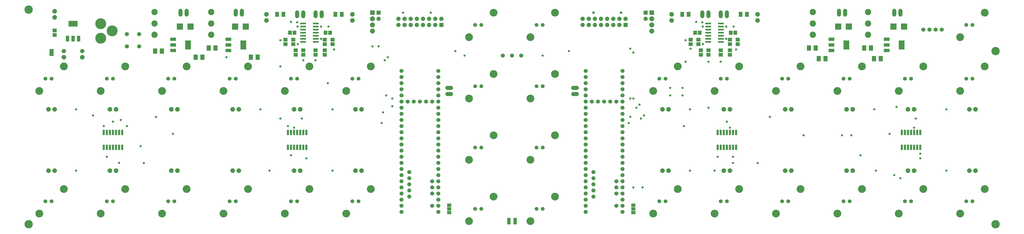
<source format=gbr>
G04 EAGLE Gerber X2 export*
%TF.Part,Single*%
%TF.FileFunction,Soldermask,Bot,1*%
%TF.FilePolarity,Negative*%
%TF.GenerationSoftware,Autodesk,EAGLE,9.0.1*%
%TF.CreationDate,2018-06-01T15:48:08Z*%
G75*
%MOMM*%
%FSLAX34Y34*%
%LPD*%
%AMOC8*
5,1,8,0,0,1.08239X$1,22.5*%
G01*
%ADD10C,3.467100*%
%ADD11C,1.676400*%
%ADD12C,1.601200*%
%ADD13C,3.218200*%
%ADD14R,0.863600X2.235200*%
%ADD15P,2.034460X8X22.500000*%
%ADD16P,2.034460X8X202.500000*%
%ADD17P,1.951982X8X292.500000*%
%ADD18C,1.803400*%
%ADD19C,4.521200*%
%ADD20P,2.034460X8X112.500000*%
%ADD21R,1.703200X1.503200*%
%ADD22R,1.422400X2.438400*%
%ADD23R,3.803200X2.403200*%
%ADD24C,1.727200*%
%ADD25R,2.438400X1.422400*%
%ADD26R,2.403200X3.803200*%
%ADD27R,1.803200X2.203200*%
%ADD28R,2.603200X2.603200*%
%ADD29R,2.403200X0.803200*%
%ADD30R,1.803200X1.503200*%
%ADD31R,1.503200X1.803200*%
%ADD32R,1.727200X1.727200*%
%ADD33P,1.869504X8X112.500000*%
%ADD34C,2.603200*%
%ADD35R,1.803400X1.371600*%
%ADD36R,1.828800X0.152400*%
%ADD37R,1.603200X2.003200*%
%ADD38R,1.473200X2.743200*%
%ADD39P,2.144431X8X202.500000*%
%ADD40R,1.981200X1.981200*%
%ADD41C,1.703200*%
%ADD42C,0.959600*%
%ADD43R,1.703200X1.703200*%
%ADD44P,1.038661X8X22.500000*%
%ADD45P,1.843527X8X22.500000*%


D10*
X31750Y31750D03*
X31750Y920750D03*
X4032250Y31750D03*
X4032250Y749300D03*
D11*
X1574800Y133350D03*
X1574800Y158750D03*
X1574800Y184150D03*
X1574800Y209550D03*
X1574800Y234950D03*
X1574800Y260350D03*
X1574800Y285750D03*
X1574800Y311150D03*
X1574800Y336550D03*
X1574800Y361950D03*
X1574800Y387350D03*
X1574800Y412750D03*
X1727200Y412750D03*
X1727200Y387350D03*
X1727200Y361950D03*
X1727200Y336550D03*
X1727200Y311150D03*
X1727200Y285750D03*
X1727200Y260350D03*
X1727200Y234950D03*
X1727200Y209550D03*
X1727200Y184150D03*
X1727200Y158750D03*
X1574800Y107950D03*
X1727200Y133350D03*
X1727200Y107950D03*
X1574800Y82550D03*
X1727200Y82550D03*
X1574800Y438150D03*
X1727200Y438150D03*
X1574800Y463550D03*
X1574800Y488950D03*
X1574800Y514350D03*
X1574800Y539750D03*
X1574800Y565150D03*
X1574800Y590550D03*
X1574800Y615950D03*
X1574800Y641350D03*
X1574800Y666750D03*
X1727200Y666750D03*
X1727200Y641350D03*
X1727200Y615950D03*
X1727200Y590550D03*
X1727200Y565150D03*
X1727200Y539750D03*
X1727200Y514350D03*
X1727200Y488950D03*
X1727200Y463550D03*
X1600200Y539750D03*
X1651000Y539750D03*
X1676400Y539750D03*
X1625600Y539750D03*
X1701800Y539750D03*
X1701800Y107950D03*
X1701800Y158750D03*
X1701800Y184150D03*
X1701800Y209550D03*
X1606550Y146050D03*
X1606550Y171450D03*
X1606550Y196850D03*
X1606550Y222250D03*
X1606550Y247650D03*
D12*
X127000Y635000D03*
X101600Y635000D03*
D13*
X76200Y584200D03*
X177800Y685800D03*
D12*
X381000Y635000D03*
X355600Y635000D03*
D13*
X330200Y584200D03*
X431800Y685800D03*
D12*
X635000Y635000D03*
X609600Y635000D03*
D13*
X584200Y584200D03*
X685800Y685800D03*
D12*
X889000Y635000D03*
X863600Y635000D03*
D13*
X838200Y584200D03*
X939800Y685800D03*
D12*
X1143000Y635000D03*
X1117600Y635000D03*
D13*
X1092200Y584200D03*
X1193800Y685800D03*
D12*
X1397000Y635000D03*
X1371600Y635000D03*
D13*
X1346200Y584200D03*
X1447800Y685800D03*
D12*
X1905000Y857250D03*
X1879600Y857250D03*
D13*
X1854200Y806450D03*
X1955800Y908050D03*
D12*
X1905000Y603250D03*
X1879600Y603250D03*
D13*
X1854200Y552450D03*
X1955800Y654050D03*
D12*
X1905000Y349250D03*
X1879600Y349250D03*
D13*
X1854200Y298450D03*
X1955800Y400050D03*
D12*
X1905000Y95250D03*
X1879600Y95250D03*
D13*
X1854200Y44450D03*
X1955800Y146050D03*
D14*
X342900Y411734D03*
X342900Y350266D03*
X355600Y411734D03*
X368300Y411734D03*
X355600Y350266D03*
X368300Y350266D03*
X381000Y411734D03*
X381000Y350266D03*
X393700Y411734D03*
X406400Y411734D03*
X393700Y350266D03*
X406400Y350266D03*
X419100Y411734D03*
X419100Y350266D03*
D15*
X114300Y508000D03*
X139700Y508000D03*
X368300Y508000D03*
X393700Y508000D03*
D16*
X647700Y508000D03*
X622300Y508000D03*
D15*
X876300Y508000D03*
X901700Y508000D03*
X1130300Y508000D03*
X1155700Y508000D03*
D16*
X1409700Y508000D03*
X1384300Y508000D03*
D17*
X254000Y723900D03*
D18*
X254000Y749300D03*
D17*
X177800Y723900D03*
D18*
X177800Y749300D03*
D19*
X330200Y802800D03*
X330200Y862800D03*
X377200Y832800D03*
D20*
X139700Y889000D03*
X139700Y914400D03*
D21*
X139700Y835000D03*
X139700Y816000D03*
D22*
X239014Y800862D03*
X215900Y800862D03*
X192786Y800862D03*
D23*
X215900Y862840D03*
D12*
X127000Y127000D03*
X101600Y127000D03*
D13*
X76200Y76200D03*
X177800Y177800D03*
D12*
X381000Y127000D03*
X355600Y127000D03*
D13*
X330200Y76200D03*
X431800Y177800D03*
D12*
X635000Y127000D03*
X609600Y127000D03*
D13*
X584200Y76200D03*
X685800Y177800D03*
D12*
X889000Y127000D03*
X863600Y127000D03*
D13*
X838200Y76200D03*
X939800Y177800D03*
D12*
X1143000Y127000D03*
X1117600Y127000D03*
D13*
X1092200Y76200D03*
X1193800Y177800D03*
D12*
X1397000Y127000D03*
X1371600Y127000D03*
D13*
X1346200Y76200D03*
X1447800Y177800D03*
D14*
X1104900Y411734D03*
X1104900Y350266D03*
X1117600Y411734D03*
X1130300Y411734D03*
X1117600Y350266D03*
X1130300Y350266D03*
X1143000Y411734D03*
X1143000Y350266D03*
X1155700Y411734D03*
X1168400Y411734D03*
X1155700Y350266D03*
X1168400Y350266D03*
X1181100Y411734D03*
X1181100Y350266D03*
D15*
X114300Y254000D03*
X139700Y254000D03*
X368300Y254000D03*
X393700Y254000D03*
D16*
X647700Y254000D03*
X622300Y254000D03*
D15*
X876300Y254000D03*
X901700Y254000D03*
X1130300Y254000D03*
X1155700Y254000D03*
D16*
X1409700Y254000D03*
X1384300Y254000D03*
D24*
X889000Y900430D02*
X889000Y915670D01*
X914400Y915670D02*
X914400Y900430D01*
D25*
X858012Y751586D03*
X858012Y774700D03*
X858012Y797814D03*
D26*
X919990Y774700D03*
D27*
X979200Y723900D03*
X951200Y723900D03*
D28*
X886050Y850900D03*
X930050Y850900D03*
D27*
X777210Y762000D03*
X805210Y762000D03*
D24*
X660400Y900430D02*
X660400Y915670D01*
X685800Y915670D02*
X685800Y900430D01*
D25*
X629412Y751586D03*
X629412Y774700D03*
X629412Y797814D03*
D26*
X691390Y774700D03*
D27*
X750600Y723900D03*
X722600Y723900D03*
D28*
X657450Y850900D03*
X701450Y850900D03*
D27*
X554960Y749300D03*
X582960Y749300D03*
D29*
X1219800Y850900D03*
X1167800Y850900D03*
X1219800Y863600D03*
X1219800Y838200D03*
X1219800Y825500D03*
X1167800Y863600D03*
X1167800Y838200D03*
X1167800Y825500D03*
X1219800Y800100D03*
X1167800Y800100D03*
X1219800Y812800D03*
X1219800Y787400D03*
X1167800Y812800D03*
X1167800Y787400D03*
D30*
X1257300Y777900D03*
X1257300Y796900D03*
X1289050Y796900D03*
X1289050Y777900D03*
X1257300Y733450D03*
X1257300Y752450D03*
X1219200Y752450D03*
X1219200Y733450D03*
D31*
X1260500Y825500D03*
X1279500Y825500D03*
D32*
X1739900Y857250D03*
D33*
X1739900Y882650D03*
X1714500Y857250D03*
X1714500Y882650D03*
X1689100Y857250D03*
X1689100Y882650D03*
X1663700Y857250D03*
X1663700Y882650D03*
X1638300Y857250D03*
X1638300Y882650D03*
X1612900Y857250D03*
X1612900Y882650D03*
X1587500Y857250D03*
X1587500Y882650D03*
X1562100Y857250D03*
X1562100Y882650D03*
D34*
X552450Y863600D03*
X552450Y816610D03*
X552450Y910590D03*
X787400Y863600D03*
X787400Y816610D03*
X787400Y910590D03*
D24*
X1219200Y909320D02*
X1219200Y894080D01*
X1244600Y894080D02*
X1244600Y909320D01*
D30*
X1126490Y796900D03*
X1126490Y777900D03*
X1094740Y777900D03*
X1094740Y796900D03*
X1136650Y733450D03*
X1136650Y752450D03*
X1168400Y752450D03*
X1168400Y733450D03*
D31*
X1132180Y825500D03*
X1113180Y825500D03*
D24*
X1143000Y894080D02*
X1143000Y909320D01*
X1168400Y909320D02*
X1168400Y894080D01*
D12*
X3937000Y857250D03*
X3911600Y857250D03*
D13*
X3886200Y806450D03*
X3987800Y908050D03*
D35*
X127000Y750570D03*
X127000Y735330D03*
D36*
X127000Y742950D03*
D20*
X1371600Y876300D03*
X1371600Y901700D03*
D37*
X1301162Y901700D03*
X1327738Y901700D03*
D20*
X1016000Y876300D03*
X1016000Y901700D03*
D37*
X1086438Y901700D03*
X1059862Y901700D03*
D11*
X2336800Y133350D03*
X2336800Y158750D03*
X2336800Y184150D03*
X2336800Y209550D03*
X2336800Y234950D03*
X2336800Y260350D03*
X2336800Y285750D03*
X2336800Y311150D03*
X2336800Y336550D03*
X2336800Y361950D03*
X2336800Y387350D03*
X2336800Y412750D03*
X2489200Y412750D03*
X2489200Y387350D03*
X2489200Y361950D03*
X2489200Y336550D03*
X2489200Y311150D03*
X2489200Y285750D03*
X2489200Y260350D03*
X2489200Y234950D03*
X2489200Y209550D03*
X2489200Y184150D03*
X2489200Y158750D03*
X2336800Y107950D03*
X2489200Y133350D03*
X2489200Y107950D03*
X2336800Y82550D03*
X2489200Y82550D03*
X2336800Y438150D03*
X2489200Y438150D03*
X2336800Y463550D03*
X2336800Y488950D03*
X2336800Y514350D03*
X2336800Y539750D03*
X2336800Y565150D03*
X2336800Y590550D03*
X2336800Y615950D03*
X2336800Y641350D03*
X2336800Y666750D03*
X2489200Y666750D03*
X2489200Y641350D03*
X2489200Y615950D03*
X2489200Y590550D03*
X2489200Y565150D03*
X2489200Y539750D03*
X2489200Y514350D03*
X2489200Y488950D03*
X2489200Y463550D03*
X2362200Y539750D03*
X2413000Y539750D03*
X2438400Y539750D03*
X2387600Y539750D03*
X2463800Y539750D03*
X2463800Y107950D03*
X2463800Y158750D03*
X2463800Y184150D03*
X2463800Y209550D03*
X2368550Y146050D03*
X2368550Y171450D03*
X2368550Y196850D03*
X2368550Y222250D03*
X2368550Y247650D03*
D12*
X2667000Y635000D03*
X2641600Y635000D03*
D13*
X2616200Y584200D03*
X2717800Y685800D03*
D12*
X2921000Y635000D03*
X2895600Y635000D03*
D13*
X2870200Y584200D03*
X2971800Y685800D03*
D12*
X3175000Y635000D03*
X3149600Y635000D03*
D13*
X3124200Y584200D03*
X3225800Y685800D03*
D12*
X3429000Y635000D03*
X3403600Y635000D03*
D13*
X3378200Y584200D03*
X3479800Y685800D03*
D12*
X3683000Y635000D03*
X3657600Y635000D03*
D13*
X3632200Y584200D03*
X3733800Y685800D03*
D12*
X3937000Y635000D03*
X3911600Y635000D03*
D13*
X3886200Y584200D03*
X3987800Y685800D03*
D12*
X2159000Y857250D03*
X2133600Y857250D03*
D13*
X2108200Y806450D03*
X2209800Y908050D03*
D12*
X2159000Y603250D03*
X2133600Y603250D03*
D13*
X2108200Y552450D03*
X2209800Y654050D03*
D12*
X2159000Y349250D03*
X2133600Y349250D03*
D13*
X2108200Y298450D03*
X2209800Y400050D03*
D12*
X2159000Y95250D03*
X2133600Y95250D03*
D13*
X2108200Y44450D03*
X2209800Y146050D03*
D14*
X2882900Y411734D03*
X2882900Y350266D03*
X2895600Y411734D03*
X2908300Y411734D03*
X2895600Y350266D03*
X2908300Y350266D03*
X2921000Y411734D03*
X2921000Y350266D03*
X2933700Y411734D03*
X2946400Y411734D03*
X2933700Y350266D03*
X2946400Y350266D03*
X2959100Y411734D03*
X2959100Y350266D03*
D15*
X2654300Y508000D03*
X2679700Y508000D03*
X2908300Y508000D03*
X2933700Y508000D03*
D16*
X3187700Y508000D03*
X3162300Y508000D03*
D15*
X3416300Y508000D03*
X3441700Y508000D03*
X3670300Y508000D03*
X3695700Y508000D03*
D16*
X3949700Y508000D03*
X3924300Y508000D03*
D12*
X2667000Y127000D03*
X2641600Y127000D03*
D13*
X2616200Y76200D03*
X2717800Y177800D03*
D12*
X2921000Y127000D03*
X2895600Y127000D03*
D13*
X2870200Y76200D03*
X2971800Y177800D03*
D12*
X3175000Y127000D03*
X3149600Y127000D03*
D13*
X3124200Y76200D03*
X3225800Y177800D03*
D12*
X3429000Y127000D03*
X3403600Y127000D03*
D13*
X3378200Y76200D03*
X3479800Y177800D03*
D12*
X3683000Y127000D03*
X3657600Y127000D03*
D13*
X3632200Y76200D03*
X3733800Y177800D03*
D12*
X3937000Y127000D03*
X3911600Y127000D03*
D13*
X3886200Y76200D03*
X3987800Y177800D03*
D14*
X3644900Y411734D03*
X3644900Y350266D03*
X3657600Y411734D03*
X3670300Y411734D03*
X3657600Y350266D03*
X3670300Y350266D03*
X3683000Y411734D03*
X3683000Y350266D03*
X3695700Y411734D03*
X3708400Y411734D03*
X3695700Y350266D03*
X3708400Y350266D03*
X3721100Y411734D03*
X3721100Y350266D03*
D15*
X2654300Y254000D03*
X2679700Y254000D03*
X2908300Y254000D03*
X2933700Y254000D03*
D16*
X3187700Y254000D03*
X3162300Y254000D03*
D15*
X3416300Y254000D03*
X3441700Y254000D03*
X3670300Y254000D03*
X3695700Y254000D03*
D16*
X3949700Y254000D03*
X3924300Y254000D03*
D24*
X3613150Y900430D02*
X3613150Y915670D01*
X3638550Y915670D02*
X3638550Y900430D01*
D25*
X3582162Y751586D03*
X3582162Y774700D03*
X3582162Y797814D03*
D26*
X3644140Y774700D03*
D27*
X3529300Y717550D03*
X3557300Y717550D03*
D28*
X3610200Y850900D03*
X3654200Y850900D03*
D27*
X3488660Y762000D03*
X3516660Y762000D03*
D24*
X3384550Y900430D02*
X3384550Y915670D01*
X3409950Y915670D02*
X3409950Y900430D01*
D25*
X3353562Y751586D03*
X3353562Y774700D03*
X3353562Y797814D03*
D26*
X3415540Y774700D03*
D27*
X3300700Y717550D03*
X3328700Y717550D03*
D28*
X3381600Y850900D03*
X3425600Y850900D03*
D27*
X3260060Y762000D03*
X3288060Y762000D03*
D29*
X2896200Y850900D03*
X2844200Y850900D03*
X2896200Y863600D03*
X2896200Y838200D03*
X2896200Y825500D03*
X2844200Y863600D03*
X2844200Y838200D03*
X2844200Y825500D03*
X2896200Y800100D03*
X2844200Y800100D03*
X2896200Y812800D03*
X2896200Y787400D03*
X2844200Y812800D03*
X2844200Y787400D03*
D30*
X2933700Y777900D03*
X2933700Y796900D03*
X2965450Y796900D03*
X2965450Y777900D03*
X2933700Y733450D03*
X2933700Y752450D03*
X2895600Y752450D03*
X2895600Y733450D03*
D31*
X2936900Y825500D03*
X2955900Y825500D03*
D32*
X2501900Y857250D03*
D33*
X2501900Y882650D03*
X2476500Y857250D03*
X2476500Y882650D03*
X2451100Y857250D03*
X2451100Y882650D03*
X2425700Y857250D03*
X2425700Y882650D03*
X2400300Y857250D03*
X2400300Y882650D03*
X2374900Y857250D03*
X2374900Y882650D03*
X2349500Y857250D03*
X2349500Y882650D03*
X2324100Y857250D03*
X2324100Y882650D03*
D34*
X3276600Y863600D03*
X3276600Y816610D03*
X3276600Y910590D03*
X3505200Y863600D03*
X3505200Y816610D03*
X3505200Y910590D03*
D24*
X2895600Y909320D02*
X2895600Y894080D01*
X2921000Y894080D02*
X2921000Y909320D01*
D30*
X2802890Y796900D03*
X2802890Y777900D03*
X2771140Y777900D03*
X2771140Y796900D03*
X2813050Y733450D03*
X2813050Y752450D03*
X2844800Y752450D03*
X2844800Y733450D03*
D31*
X2808580Y825500D03*
X2789580Y825500D03*
D24*
X2819400Y894080D02*
X2819400Y909320D01*
X2844800Y909320D02*
X2844800Y894080D01*
D20*
X3048000Y876300D03*
X3048000Y901700D03*
D37*
X2977562Y901700D03*
X3004138Y901700D03*
D20*
X2692400Y876300D03*
X2692400Y901700D03*
D37*
X2762838Y901700D03*
X2736262Y901700D03*
D24*
X1779270Y596900D02*
X1764030Y596900D01*
X1764030Y571500D02*
X1779270Y571500D01*
X2284730Y596900D02*
X2299970Y596900D01*
X2299970Y571500D02*
X2284730Y571500D01*
D38*
X2044700Y44450D03*
X2019300Y44450D03*
D39*
X1454150Y882650D03*
D40*
X1454150Y908050D03*
D39*
X1454150Y857250D03*
X1454150Y831850D03*
X2609850Y882650D03*
D40*
X2609850Y908050D03*
D39*
X2609850Y857250D03*
X2609850Y831850D03*
D35*
X1771650Y110490D03*
X1771650Y95250D03*
X1771650Y80010D03*
X2533650Y110490D03*
X2533650Y95250D03*
X2533650Y80010D03*
D41*
X438150Y819150D03*
X488950Y819150D03*
X3784600Y838200D03*
X3759200Y838200D03*
D42*
X381000Y457200D03*
X558800Y476250D03*
X990600Y508000D03*
X1162050Y469900D03*
X1289050Y508000D03*
X2266950Y749300D03*
X1797050Y749300D03*
D41*
X438150Y768350D03*
X3733800Y838200D03*
D42*
X228600Y254000D03*
X406400Y285750D03*
X508635Y285115D03*
X1028700Y254000D03*
X1181100Y304800D03*
X1289050Y254000D03*
X1511300Y565150D03*
X1536700Y520700D03*
X850900Y723900D03*
X1270000Y615950D03*
X228600Y508000D03*
X342900Y438150D03*
X628650Y406400D03*
X438150Y438150D03*
X412750Y463550D03*
X1104900Y438150D03*
X1130300Y431800D03*
X1498600Y495300D03*
X1835150Y730250D03*
X355600Y311150D03*
X495300Y355600D03*
X1117600Y317500D03*
X1242060Y850900D03*
X1242060Y800100D03*
X1144270Y850900D03*
X1145540Y777900D03*
X1536700Y552450D03*
D41*
X1993900Y730250D03*
X2032000Y730250D03*
X2070100Y730250D03*
D43*
X1479550Y908050D03*
D42*
X1695450Y908050D03*
X1581150Y908050D03*
D43*
X2584450Y908050D03*
D44*
X2482850Y908050D03*
X2368550Y908050D03*
D42*
X1143000Y868680D03*
X1117600Y869950D03*
X2921000Y457200D03*
X3098800Y476250D03*
X3530600Y508000D03*
X3702050Y469900D03*
X3829050Y508000D03*
X2768600Y254000D03*
X2946400Y285750D03*
X3048635Y285115D03*
X3536950Y254000D03*
X3721100Y304800D03*
X3829050Y254000D03*
X2768600Y508000D03*
X2819400Y868680D03*
X2794000Y869950D03*
X3695700Y431800D03*
X3622675Y517525D03*
X3238500Y400050D03*
X3397250Y400050D03*
X3435350Y400050D03*
X2933700Y431800D03*
X2844800Y514350D03*
X2743200Y438150D03*
X3721100Y323850D03*
X3638550Y222250D03*
X3473450Y317500D03*
X2946400Y311150D03*
X2870200Y254000D03*
X2533650Y184150D03*
X2571750Y184150D03*
X2882900Y311150D03*
X2918460Y850900D03*
X2918460Y800100D03*
X2533650Y742950D03*
X2533650Y552450D03*
X2820670Y850900D03*
X2821940Y777900D03*
X2771140Y759460D03*
X2520950Y759460D03*
X2520950Y552450D03*
X2736850Y596900D03*
X2686050Y596900D03*
X2520950Y476250D03*
X2736850Y565150D03*
X2686050Y565150D03*
X2514600Y450850D03*
X2159000Y730250D03*
X3613150Y234950D03*
X2948940Y850900D03*
X2895600Y704850D03*
X2844800Y704850D03*
X2959100Y755650D03*
X2749550Y793750D03*
X3594100Y406400D03*
X2749550Y704850D03*
D41*
X3810000Y838200D03*
D42*
X1504950Y711200D03*
X1454150Y768350D03*
X1517650Y723900D03*
X1479550Y768350D03*
X2546350Y514350D03*
X2565400Y469900D03*
X2559050Y527050D03*
X2578100Y482600D03*
D45*
X1479550Y882650D03*
X2584450Y882650D03*
D41*
X488950Y768350D03*
D42*
X298450Y482600D03*
X1073150Y469900D03*
X1272540Y850900D03*
X1219200Y711200D03*
X1168400Y711200D03*
X1295400Y755650D03*
X1073150Y793750D03*
X1073150Y685800D03*
X1492250Y450850D03*
M02*

</source>
